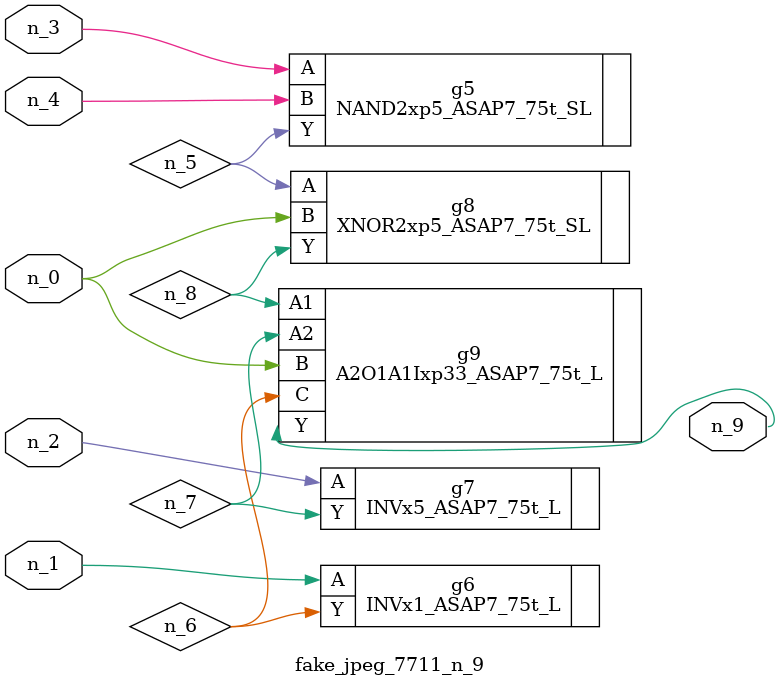
<source format=v>
module fake_jpeg_7711_n_9 (n_3, n_2, n_1, n_0, n_4, n_9);

input n_3;
input n_2;
input n_1;
input n_0;
input n_4;

output n_9;

wire n_8;
wire n_6;
wire n_5;
wire n_7;

NAND2xp5_ASAP7_75t_SL g5 ( 
.A(n_3),
.B(n_4),
.Y(n_5)
);

INVx1_ASAP7_75t_L g6 ( 
.A(n_1),
.Y(n_6)
);

INVx5_ASAP7_75t_L g7 ( 
.A(n_2),
.Y(n_7)
);

XNOR2xp5_ASAP7_75t_SL g8 ( 
.A(n_5),
.B(n_0),
.Y(n_8)
);

A2O1A1Ixp33_ASAP7_75t_L g9 ( 
.A1(n_8),
.A2(n_7),
.B(n_0),
.C(n_6),
.Y(n_9)
);


endmodule
</source>
